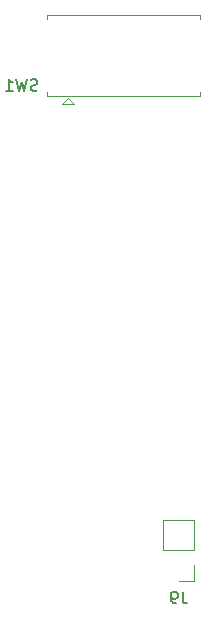
<source format=gbr>
%TF.GenerationSoftware,KiCad,Pcbnew,8.0.6*%
%TF.CreationDate,2024-11-25T18:38:04+01:00*%
%TF.ProjectId,pi-shield,70692d73-6869-4656-9c64-2e6b69636164,rev?*%
%TF.SameCoordinates,Original*%
%TF.FileFunction,Legend,Bot*%
%TF.FilePolarity,Positive*%
%FSLAX46Y46*%
G04 Gerber Fmt 4.6, Leading zero omitted, Abs format (unit mm)*
G04 Created by KiCad (PCBNEW 8.0.6) date 2024-11-25 18:38:04*
%MOMM*%
%LPD*%
G01*
G04 APERTURE LIST*
%ADD10C,0.150000*%
%ADD11C,0.120000*%
G04 APERTURE END LIST*
D10*
X28248333Y4780180D02*
X28248333Y4065895D01*
X28248333Y4065895D02*
X28295952Y3923038D01*
X28295952Y3923038D02*
X28391190Y3827800D01*
X28391190Y3827800D02*
X28534047Y3780180D01*
X28534047Y3780180D02*
X28629285Y3780180D01*
X27724523Y3780180D02*
X27534047Y3780180D01*
X27534047Y3780180D02*
X27438809Y3827800D01*
X27438809Y3827800D02*
X27391190Y3875419D01*
X27391190Y3875419D02*
X27295952Y4018276D01*
X27295952Y4018276D02*
X27248333Y4208752D01*
X27248333Y4208752D02*
X27248333Y4589704D01*
X27248333Y4589704D02*
X27295952Y4684942D01*
X27295952Y4684942D02*
X27343571Y4732561D01*
X27343571Y4732561D02*
X27438809Y4780180D01*
X27438809Y4780180D02*
X27629285Y4780180D01*
X27629285Y4780180D02*
X27724523Y4732561D01*
X27724523Y4732561D02*
X27772142Y4684942D01*
X27772142Y4684942D02*
X27819761Y4589704D01*
X27819761Y4589704D02*
X27819761Y4351609D01*
X27819761Y4351609D02*
X27772142Y4256371D01*
X27772142Y4256371D02*
X27724523Y4208752D01*
X27724523Y4208752D02*
X27629285Y4161133D01*
X27629285Y4161133D02*
X27438809Y4161133D01*
X27438809Y4161133D02*
X27343571Y4208752D01*
X27343571Y4208752D02*
X27295952Y4256371D01*
X27295952Y4256371D02*
X27248333Y4351609D01*
X15938332Y47217800D02*
X15795475Y47170180D01*
X15795475Y47170180D02*
X15557380Y47170180D01*
X15557380Y47170180D02*
X15462142Y47217800D01*
X15462142Y47217800D02*
X15414523Y47265419D01*
X15414523Y47265419D02*
X15366904Y47360657D01*
X15366904Y47360657D02*
X15366904Y47455895D01*
X15366904Y47455895D02*
X15414523Y47551133D01*
X15414523Y47551133D02*
X15462142Y47598752D01*
X15462142Y47598752D02*
X15557380Y47646371D01*
X15557380Y47646371D02*
X15747856Y47693990D01*
X15747856Y47693990D02*
X15843094Y47741609D01*
X15843094Y47741609D02*
X15890713Y47789228D01*
X15890713Y47789228D02*
X15938332Y47884466D01*
X15938332Y47884466D02*
X15938332Y47979704D01*
X15938332Y47979704D02*
X15890713Y48074942D01*
X15890713Y48074942D02*
X15843094Y48122561D01*
X15843094Y48122561D02*
X15747856Y48170180D01*
X15747856Y48170180D02*
X15509761Y48170180D01*
X15509761Y48170180D02*
X15366904Y48122561D01*
X15033570Y48170180D02*
X14795475Y47170180D01*
X14795475Y47170180D02*
X14604999Y47884466D01*
X14604999Y47884466D02*
X14414523Y47170180D01*
X14414523Y47170180D02*
X14176428Y48170180D01*
X13271666Y47170180D02*
X13843094Y47170180D01*
X13557380Y47170180D02*
X13557380Y48170180D01*
X13557380Y48170180D02*
X13652618Y48027323D01*
X13652618Y48027323D02*
X13747856Y47932085D01*
X13747856Y47932085D02*
X13843094Y47884466D01*
D11*
%TO.C,J9*%
X26585000Y10875000D02*
X26585000Y8275000D01*
X29245000Y10875000D02*
X26585000Y10875000D01*
X29245000Y10875000D02*
X29245000Y8275000D01*
X29245000Y8275000D02*
X26585000Y8275000D01*
X29245000Y7005000D02*
X29245000Y5675000D01*
X29245000Y5675000D02*
X27915000Y5675000D01*
%TO.C,SW1*%
X16790000Y53565000D02*
X29690000Y53565000D01*
X16790000Y53255000D02*
X16790000Y53565000D01*
X16790000Y46765000D02*
X16790000Y47075000D01*
X18040000Y46065000D02*
X19040000Y46065000D01*
X18540000Y46565000D02*
X18040000Y46065000D01*
X19040000Y46065000D02*
X18540000Y46565000D01*
X29690000Y53255000D02*
X29690000Y53565000D01*
X29690000Y47075000D02*
X29690000Y46765000D01*
X29690000Y46765000D02*
X16790000Y46765000D01*
%TD*%
M02*

</source>
